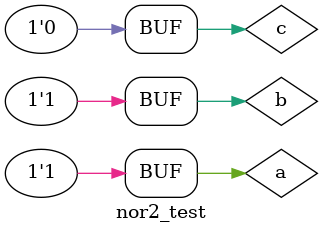
<source format=v>
module nor2_test;
reg a,b;
wire c;
nor nor2_test(c,a,b);
initial
begin
#000 a=0;b=0;
#100 a=0;b=1;
#100 a=1;b=0;
#100 a=1;b=1;
end 
initial
begin
$monitor($time,"a=%b,b=%b,c=%b",a,b,c);
end
initial 
begin 
$dumpfile("nor2_test.vcd");
$dumpvars(0,nor2_test);
end
endmodule
</source>
